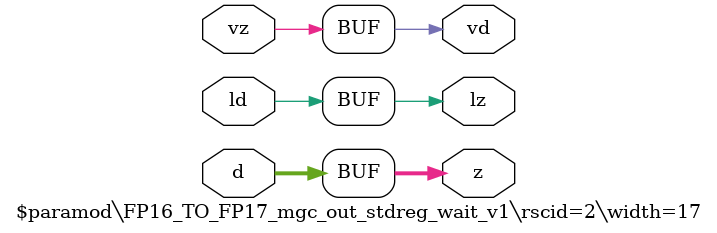
<source format=v>
module \$paramod\FP16_TO_FP17_mgc_out_stdreg_wait_v1\rscid=2\width=17 (ld, vd, d, lz, vz, z);
  (* src = "./vmod/vlibs/HLS_fp16_to_fp17.v:47" *)
  input [16:0] d;
  (* src = "./vmod/vlibs/HLS_fp16_to_fp17.v:45" *)
  input ld;
  (* src = "./vmod/vlibs/HLS_fp16_to_fp17.v:48" *)
  output lz;
  (* src = "./vmod/vlibs/HLS_fp16_to_fp17.v:46" *)
  output vd;
  (* src = "./vmod/vlibs/HLS_fp16_to_fp17.v:49" *)
  input vz;
  (* src = "./vmod/vlibs/HLS_fp16_to_fp17.v:50" *)
  output [16:0] z;
  assign lz = ld;
  assign vd = vz;
  assign z = d;
endmodule

</source>
